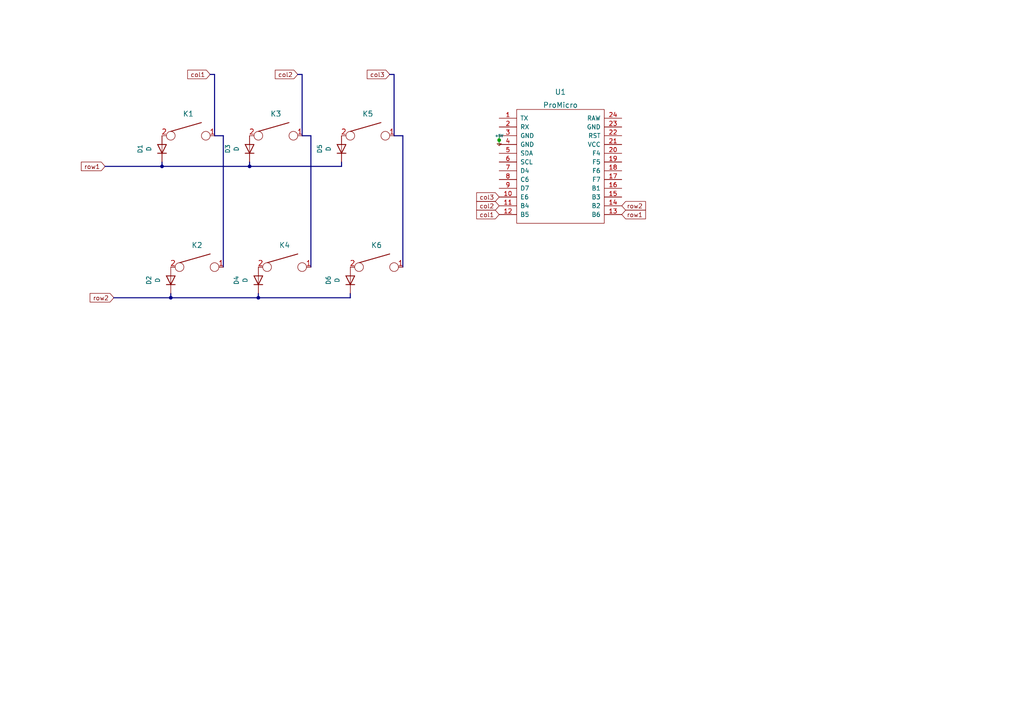
<source format=kicad_sch>
(kicad_sch (version 20211123) (generator eeschema)

  (uuid 9538e4ed-27e6-4c37-b989-9859dc0d49e8)

  (paper "A4")

  (lib_symbols
    (symbol "Device:D" (pin_numbers hide) (pin_names (offset 1.016) hide) (in_bom yes) (on_board yes)
      (property "Reference" "D" (id 0) (at 0 2.54 0)
        (effects (font (size 1.27 1.27)))
      )
      (property "Value" "D" (id 1) (at 0 -2.54 0)
        (effects (font (size 1.27 1.27)))
      )
      (property "Footprint" "" (id 2) (at 0 0 0)
        (effects (font (size 1.27 1.27)) hide)
      )
      (property "Datasheet" "~" (id 3) (at 0 0 0)
        (effects (font (size 1.27 1.27)) hide)
      )
      (property "ki_keywords" "diode" (id 4) (at 0 0 0)
        (effects (font (size 1.27 1.27)) hide)
      )
      (property "ki_description" "Diode" (id 5) (at 0 0 0)
        (effects (font (size 1.27 1.27)) hide)
      )
      (property "ki_fp_filters" "TO-???* *_Diode_* *SingleDiode* D_*" (id 6) (at 0 0 0)
        (effects (font (size 1.27 1.27)) hide)
      )
      (symbol "D_0_1"
        (polyline
          (pts
            (xy -1.27 1.27)
            (xy -1.27 -1.27)
          )
          (stroke (width 0.254) (type default) (color 0 0 0 0))
          (fill (type none))
        )
        (polyline
          (pts
            (xy 1.27 0)
            (xy -1.27 0)
          )
          (stroke (width 0) (type default) (color 0 0 0 0))
          (fill (type none))
        )
        (polyline
          (pts
            (xy 1.27 1.27)
            (xy 1.27 -1.27)
            (xy -1.27 0)
            (xy 1.27 1.27)
          )
          (stroke (width 0.254) (type default) (color 0 0 0 0))
          (fill (type none))
        )
      )
      (symbol "D_1_1"
        (pin passive line (at -3.81 0 0) (length 2.54)
          (name "K" (effects (font (size 1.27 1.27))))
          (number "1" (effects (font (size 1.27 1.27))))
        )
        (pin passive line (at 3.81 0 180) (length 2.54)
          (name "A" (effects (font (size 1.27 1.27))))
          (number "2" (effects (font (size 1.27 1.27))))
        )
      )
    )
    (symbol "keyboard_parts:GND" (power) (pin_names (offset 0)) (in_bom yes) (on_board yes)
      (property "Reference" "#PWR" (id 0) (at 0 1.27 0)
        (effects (font (size 0.508 0.508)) hide)
      )
      (property "Value" "GND" (id 1) (at 0 -2.54 0)
        (effects (font (size 0.762 0.762)))
      )
      (property "Footprint" "" (id 2) (at 0 0 0)
        (effects (font (size 1.524 1.524)))
      )
      (property "Datasheet" "" (id 3) (at 0 0 0)
        (effects (font (size 1.524 1.524)))
      )
      (symbol "GND_0_0"
        (pin power_in line (at 0 0 90) (length 0) hide
          (name "+5V" (effects (font (size 0.508 0.508))))
          (number "1" (effects (font (size 0.254 0.254))))
        )
      )
      (symbol "GND_0_1"
        (polyline
          (pts
            (xy 0 -1.651)
            (xy 0.635 -1.016)
            (xy -0.635 -1.016)
            (xy 0 -1.651)
          )
          (stroke (width 0) (type default) (color 0 0 0 0))
          (fill (type none))
        )
      )
      (symbol "GND_1_1"
        (polyline
          (pts
            (xy 0 0)
            (xy 0 -1.016)
            (xy 0 -1.016)
          )
          (stroke (width 0) (type default) (color 0 0 0 0))
          (fill (type none))
        )
      )
    )
    (symbol "keyboard_parts:KEYSW" (pin_names (offset 1.016)) (in_bom yes) (on_board yes)
      (property "Reference" "K?" (id 0) (at -1.27 0 0)
        (effects (font (size 1.524 1.524)))
      )
      (property "Value" "KEYSW" (id 1) (at 0 -2.54 0)
        (effects (font (size 1.524 1.524)) hide)
      )
      (property "Footprint" "" (id 2) (at 0 0 0)
        (effects (font (size 1.524 1.524)))
      )
      (property "Datasheet" "" (id 3) (at 0 0 0)
        (effects (font (size 1.524 1.524)))
      )
      (symbol "KEYSW_0_1"
        (circle (center -5.08 0) (radius 1.27)
          (stroke (width 0) (type default) (color 0 0 0 0))
          (fill (type none))
        )
        (polyline
          (pts
            (xy -5.08 1.27)
            (xy 3.81 3.81)
          )
          (stroke (width 0.254) (type default) (color 0 0 0 0))
          (fill (type none))
        )
        (circle (center 5.08 0) (radius 1.27)
          (stroke (width 0) (type default) (color 0 0 0 0))
          (fill (type none))
        )
      )
      (symbol "KEYSW_1_1"
        (pin passive line (at 7.62 0 180) (length 1.27)
          (name "~" (effects (font (size 1.524 1.524))))
          (number "1" (effects (font (size 1.524 1.524))))
        )
        (pin passive line (at -7.62 0 0) (length 1.27)
          (name "~" (effects (font (size 1.524 1.524))))
          (number "2" (effects (font (size 1.524 1.524))))
        )
      )
    )
    (symbol "promicro:ProMicro" (pin_names (offset 1.016)) (in_bom yes) (on_board yes)
      (property "Reference" "U" (id 0) (at 0 24.13 0)
        (effects (font (size 1.524 1.524)))
      )
      (property "Value" "ProMicro" (id 1) (at 0 -13.97 0)
        (effects (font (size 1.524 1.524)))
      )
      (property "Footprint" "" (id 2) (at 2.54 -26.67 0)
        (effects (font (size 1.524 1.524)))
      )
      (property "Datasheet" "" (id 3) (at 2.54 -26.67 0)
        (effects (font (size 1.524 1.524)))
      )
      (symbol "ProMicro_0_1"
        (rectangle (start -12.7 21.59) (end 12.7 -11.43)
          (stroke (width 0) (type default) (color 0 0 0 0))
          (fill (type none))
        )
      )
      (symbol "ProMicro_1_1"
        (pin bidirectional line (at -17.78 19.05 0) (length 5.08)
          (name "TX" (effects (font (size 1.27 1.27))))
          (number "1" (effects (font (size 1.27 1.27))))
        )
        (pin bidirectional line (at -17.78 -3.81 0) (length 5.08)
          (name "E6" (effects (font (size 1.27 1.27))))
          (number "10" (effects (font (size 1.27 1.27))))
        )
        (pin bidirectional line (at -17.78 -6.35 0) (length 5.08)
          (name "B4" (effects (font (size 1.27 1.27))))
          (number "11" (effects (font (size 1.27 1.27))))
        )
        (pin bidirectional line (at -17.78 -8.89 0) (length 5.08)
          (name "B5" (effects (font (size 1.27 1.27))))
          (number "12" (effects (font (size 1.27 1.27))))
        )
        (pin bidirectional line (at 17.78 -8.89 180) (length 5.08)
          (name "B6" (effects (font (size 1.27 1.27))))
          (number "13" (effects (font (size 1.27 1.27))))
        )
        (pin bidirectional line (at 17.78 -6.35 180) (length 5.08)
          (name "B2" (effects (font (size 1.27 1.27))))
          (number "14" (effects (font (size 1.27 1.27))))
        )
        (pin bidirectional line (at 17.78 -3.81 180) (length 5.08)
          (name "B3" (effects (font (size 1.27 1.27))))
          (number "15" (effects (font (size 1.27 1.27))))
        )
        (pin bidirectional line (at 17.78 -1.27 180) (length 5.08)
          (name "B1" (effects (font (size 1.27 1.27))))
          (number "16" (effects (font (size 1.27 1.27))))
        )
        (pin bidirectional line (at 17.78 1.27 180) (length 5.08)
          (name "F7" (effects (font (size 1.27 1.27))))
          (number "17" (effects (font (size 1.27 1.27))))
        )
        (pin bidirectional line (at 17.78 3.81 180) (length 5.08)
          (name "F6" (effects (font (size 1.27 1.27))))
          (number "18" (effects (font (size 1.27 1.27))))
        )
        (pin bidirectional line (at 17.78 6.35 180) (length 5.08)
          (name "F5" (effects (font (size 1.27 1.27))))
          (number "19" (effects (font (size 1.27 1.27))))
        )
        (pin bidirectional line (at -17.78 16.51 0) (length 5.08)
          (name "RX" (effects (font (size 1.27 1.27))))
          (number "2" (effects (font (size 1.27 1.27))))
        )
        (pin bidirectional line (at 17.78 8.89 180) (length 5.08)
          (name "F4" (effects (font (size 1.27 1.27))))
          (number "20" (effects (font (size 1.27 1.27))))
        )
        (pin power_in line (at 17.78 11.43 180) (length 5.08)
          (name "VCC" (effects (font (size 1.27 1.27))))
          (number "21" (effects (font (size 1.27 1.27))))
        )
        (pin input line (at 17.78 13.97 180) (length 5.08)
          (name "RST" (effects (font (size 1.27 1.27))))
          (number "22" (effects (font (size 1.27 1.27))))
        )
        (pin power_in line (at 17.78 16.51 180) (length 5.08)
          (name "GND" (effects (font (size 1.27 1.27))))
          (number "23" (effects (font (size 1.27 1.27))))
        )
        (pin power_out line (at 17.78 19.05 180) (length 5.08)
          (name "RAW" (effects (font (size 1.27 1.27))))
          (number "24" (effects (font (size 1.27 1.27))))
        )
        (pin power_in line (at -17.78 13.97 0) (length 5.08)
          (name "GND" (effects (font (size 1.27 1.27))))
          (number "3" (effects (font (size 1.27 1.27))))
        )
        (pin power_in line (at -17.78 11.43 0) (length 5.08)
          (name "GND" (effects (font (size 1.27 1.27))))
          (number "4" (effects (font (size 1.27 1.27))))
        )
        (pin bidirectional line (at -17.78 8.89 0) (length 5.08)
          (name "SDA" (effects (font (size 1.27 1.27))))
          (number "5" (effects (font (size 1.27 1.27))))
        )
        (pin bidirectional line (at -17.78 6.35 0) (length 5.08)
          (name "SCL" (effects (font (size 1.27 1.27))))
          (number "6" (effects (font (size 1.27 1.27))))
        )
        (pin bidirectional line (at -17.78 3.81 0) (length 5.08)
          (name "D4" (effects (font (size 1.27 1.27))))
          (number "7" (effects (font (size 1.27 1.27))))
        )
        (pin bidirectional line (at -17.78 1.27 0) (length 5.08)
          (name "C6" (effects (font (size 1.27 1.27))))
          (number "8" (effects (font (size 1.27 1.27))))
        )
        (pin bidirectional line (at -17.78 -1.27 0) (length 5.08)
          (name "D7" (effects (font (size 1.27 1.27))))
          (number "9" (effects (font (size 1.27 1.27))))
        )
      )
    )
  )

  (junction (at 74.93 86.36) (diameter 0) (color 0 0 0 0)
    (uuid 1b3fe7df-35f5-4ca5-8fb0-8d7c87a00c84)
  )
  (junction (at 72.39 48.26) (diameter 0) (color 0 0 0 0)
    (uuid 3080e35f-27e3-468e-acaa-01e13a60373f)
  )
  (junction (at 46.99 48.26) (diameter 0) (color 0 0 0 0)
    (uuid c9d43d8a-0854-47f9-9bb3-c498c0acee13)
  )
  (junction (at 49.53 86.36) (diameter 0) (color 0 0 0 0)
    (uuid e34f5459-0c89-4a11-b588-d7e3bc0928d1)
  )
  (junction (at 144.78 40.64) (diameter 0) (color 0 0 0 0)
    (uuid fd6f8f36-b364-4ab5-b9aa-cc89279569dd)
  )

  (bus (pts (xy 72.39 46.99) (xy 72.39 48.26))
    (stroke (width 0) (type default) (color 0 0 0 0))
    (uuid 0a75fa64-9594-48ec-9a69-e8eb6467d944)
  )
  (bus (pts (xy 114.3 21.59) (xy 114.3 39.37))
    (stroke (width 0) (type default) (color 0 0 0 0))
    (uuid 0de689c8-eead-4e96-8be3-ab12d2883d46)
  )
  (bus (pts (xy 62.23 21.59) (xy 62.23 39.37))
    (stroke (width 0) (type default) (color 0 0 0 0))
    (uuid 12e115a8-dd7f-45a1-b5d0-c607cd01918c)
  )
  (bus (pts (xy 99.06 46.99) (xy 99.06 48.26))
    (stroke (width 0) (type default) (color 0 0 0 0))
    (uuid 1fa9d3f8-a5f5-4c8c-9b18-c367352e1b31)
  )
  (bus (pts (xy 87.63 21.59) (xy 87.63 39.37))
    (stroke (width 0) (type default) (color 0 0 0 0))
    (uuid 2de3e151-dbd6-456b-9b55-09ff9bc4cae5)
  )
  (bus (pts (xy 87.63 39.37) (xy 90.17 39.37))
    (stroke (width 0) (type default) (color 0 0 0 0))
    (uuid 394ed906-bbcd-4de9-8b87-a355b94d4ac7)
  )

  (wire (pts (xy 144.78 39.37) (xy 144.78 40.64))
    (stroke (width 0) (type default) (color 0 0 0 0))
    (uuid 3daed68a-1254-411e-bee3-d52ae2cc817e)
  )
  (bus (pts (xy 33.02 86.36) (xy 49.53 86.36))
    (stroke (width 0) (type default) (color 0 0 0 0))
    (uuid 43763a6c-6bd1-422a-8f64-8c2caa03045f)
  )
  (bus (pts (xy 99.06 48.26) (xy 72.39 48.26))
    (stroke (width 0) (type default) (color 0 0 0 0))
    (uuid 441d0b7e-dfa8-4696-bd99-ef85de631034)
  )
  (bus (pts (xy 101.6 86.36) (xy 74.93 86.36))
    (stroke (width 0) (type default) (color 0 0 0 0))
    (uuid 44f0f220-9a8c-489d-b4e8-dc97225922b7)
  )
  (bus (pts (xy 30.48 48.26) (xy 46.99 48.26))
    (stroke (width 0) (type default) (color 0 0 0 0))
    (uuid 556ec102-d297-45a5-ac65-3467734a2075)
  )

  (wire (pts (xy 144.78 40.64) (xy 144.78 41.91))
    (stroke (width 0) (type default) (color 0 0 0 0))
    (uuid 6886d6e5-1c52-4a04-afd0-b9b09cd0685e)
  )
  (bus (pts (xy 72.39 48.26) (xy 46.99 48.26))
    (stroke (width 0) (type default) (color 0 0 0 0))
    (uuid 6c6d0241-71d2-4d44-a7f9-6d459e6ed56a)
  )
  (bus (pts (xy 64.77 39.37) (xy 64.77 77.47))
    (stroke (width 0) (type default) (color 0 0 0 0))
    (uuid 799f7006-4238-4d8f-9cf5-b1fcba614dbe)
  )
  (bus (pts (xy 101.6 85.09) (xy 101.6 86.36))
    (stroke (width 0) (type default) (color 0 0 0 0))
    (uuid 9c5a4aae-7c3e-4401-9104-bea8cc785dcb)
  )
  (bus (pts (xy 74.93 85.09) (xy 74.93 86.36))
    (stroke (width 0) (type default) (color 0 0 0 0))
    (uuid a66adfe3-13df-40ce-ab42-b000f61699f9)
  )
  (bus (pts (xy 87.63 21.59) (xy 86.36 21.59))
    (stroke (width 0) (type default) (color 0 0 0 0))
    (uuid a7c671c5-0657-4fe2-8794-a1e757804898)
  )
  (bus (pts (xy 114.3 21.59) (xy 113.03 21.59))
    (stroke (width 0) (type default) (color 0 0 0 0))
    (uuid ac8f98c6-d3a5-4f81-bc6b-3b0c7f7a8ae7)
  )
  (bus (pts (xy 46.99 46.99) (xy 46.99 48.26))
    (stroke (width 0) (type default) (color 0 0 0 0))
    (uuid afa843c3-9706-47c7-86d1-a3b3066f836a)
  )
  (bus (pts (xy 114.3 39.37) (xy 116.84 39.37))
    (stroke (width 0) (type default) (color 0 0 0 0))
    (uuid b75cec87-1628-483d-9983-9e6d3df6c659)
  )
  (bus (pts (xy 62.23 39.37) (xy 64.77 39.37))
    (stroke (width 0) (type default) (color 0 0 0 0))
    (uuid c4d5e3bc-d59d-4cd3-88d5-7295d3fbea9b)
  )
  (bus (pts (xy 90.17 39.37) (xy 90.17 77.47))
    (stroke (width 0) (type default) (color 0 0 0 0))
    (uuid c58e2fb8-a8f6-48ba-a73f-fed47477ff0e)
  )
  (bus (pts (xy 116.84 39.37) (xy 116.84 77.47))
    (stroke (width 0) (type default) (color 0 0 0 0))
    (uuid d572212a-5cb8-4bfb-bd1f-89bca4a29b80)
  )
  (bus (pts (xy 74.93 86.36) (xy 49.53 86.36))
    (stroke (width 0) (type default) (color 0 0 0 0))
    (uuid db1625f0-2390-475d-a9b9-38ecd8893b9a)
  )
  (bus (pts (xy 49.53 85.09) (xy 49.53 86.36))
    (stroke (width 0) (type default) (color 0 0 0 0))
    (uuid e52e8b3a-ae1b-438c-96b6-73b145907ae5)
  )
  (bus (pts (xy 60.96 21.59) (xy 62.23 21.59))
    (stroke (width 0) (type default) (color 0 0 0 0))
    (uuid fe22a03b-a14f-4f55-8f19-d42d7337dd20)
  )

  (global_label "row1" (shape input) (at 30.48 48.26 180) (fields_autoplaced)
    (effects (font (size 1.27 1.27)) (justify right))
    (uuid 42ed4a95-dba7-4bac-9413-52cc0ac4a970)
    (property "Intersheet References" "${INTERSHEET_REFS}" (id 0) (at 23.5917 48.1806 0)
      (effects (font (size 1.27 1.27)) (justify right) hide)
    )
  )
  (global_label "col2" (shape input) (at 144.78 59.69 180) (fields_autoplaced)
    (effects (font (size 1.27 1.27)) (justify right))
    (uuid 47dd8a6c-1a3b-4ba0-99e2-fa564cbd5109)
    (property "Intersheet References" "${INTERSHEET_REFS}" (id 0) (at 138.2545 59.6106 0)
      (effects (font (size 1.27 1.27)) (justify right) hide)
    )
  )
  (global_label "col1" (shape input) (at 144.78 62.23 180) (fields_autoplaced)
    (effects (font (size 1.27 1.27)) (justify right))
    (uuid 4e016a34-655f-47fb-b860-17b656fbe6c0)
    (property "Intersheet References" "${INTERSHEET_REFS}" (id 0) (at 138.2545 62.1506 0)
      (effects (font (size 1.27 1.27)) (justify right) hide)
    )
  )
  (global_label "row2" (shape input) (at 180.34 59.69 0) (fields_autoplaced)
    (effects (font (size 1.27 1.27)) (justify left))
    (uuid 6667e95c-05a1-4480-ad06-7c4e7f72c687)
    (property "Intersheet References" "${INTERSHEET_REFS}" (id 0) (at 187.2283 59.6106 0)
      (effects (font (size 1.27 1.27)) (justify left) hide)
    )
  )
  (global_label "col3" (shape input) (at 144.78 57.15 180) (fields_autoplaced)
    (effects (font (size 1.27 1.27)) (justify right))
    (uuid 6d116564-1058-450c-96d2-f56eaef8da64)
    (property "Intersheet References" "${INTERSHEET_REFS}" (id 0) (at 138.2545 57.0706 0)
      (effects (font (size 1.27 1.27)) (justify right) hide)
    )
  )
  (global_label "col2" (shape input) (at 86.36 21.59 180) (fields_autoplaced)
    (effects (font (size 1.27 1.27)) (justify right))
    (uuid 812b18cb-8166-49a6-966e-ce1f226ef370)
    (property "Intersheet References" "${INTERSHEET_REFS}" (id 0) (at 79.8345 21.5106 0)
      (effects (font (size 1.27 1.27)) (justify right) hide)
    )
  )
  (global_label "row2" (shape input) (at 33.02 86.36 180) (fields_autoplaced)
    (effects (font (size 1.27 1.27)) (justify right))
    (uuid 8a5df538-7ccd-4cab-94e4-bccd8d45bb88)
    (property "Intersheet References" "${INTERSHEET_REFS}" (id 0) (at 26.1317 86.2806 0)
      (effects (font (size 1.27 1.27)) (justify right) hide)
    )
  )
  (global_label "col3" (shape input) (at 113.03 21.59 180) (fields_autoplaced)
    (effects (font (size 1.27 1.27)) (justify right))
    (uuid b8076ff1-8c76-4fec-bbfe-5ff99d8b942e)
    (property "Intersheet References" "${INTERSHEET_REFS}" (id 0) (at 106.5045 21.5106 0)
      (effects (font (size 1.27 1.27)) (justify right) hide)
    )
  )
  (global_label "row1" (shape input) (at 180.34 62.23 0) (fields_autoplaced)
    (effects (font (size 1.27 1.27)) (justify left))
    (uuid e0cfc278-43c9-4717-b5cb-cc79e9612fd8)
    (property "Intersheet References" "${INTERSHEET_REFS}" (id 0) (at 187.2283 62.1506 0)
      (effects (font (size 1.27 1.27)) (justify left) hide)
    )
  )
  (global_label "col1" (shape input) (at 60.96 21.59 180) (fields_autoplaced)
    (effects (font (size 1.27 1.27)) (justify right))
    (uuid ebd53769-af75-4ec8-8d49-b38829ef836e)
    (property "Intersheet References" "${INTERSHEET_REFS}" (id 0) (at 54.4345 21.5106 0)
      (effects (font (size 1.27 1.27)) (justify right) hide)
    )
  )

  (symbol (lib_id "keyboard_parts:KEYSW") (at 109.22 77.47 0) (unit 1)
    (in_bom yes) (on_board yes) (fields_autoplaced)
    (uuid 04f0bb6b-6962-41fd-a23f-3500512f741a)
    (property "Reference" "K6" (id 0) (at 109.22 71.12 0)
      (effects (font (size 1.524 1.524)))
    )
    (property "Value" "KEYSW" (id 1) (at 109.22 80.01 0)
      (effects (font (size 1.524 1.524)) hide)
    )
    (property "Footprint" "Button_Switch_Keyboard:SW_Cherry_MX_1.00u_Plate" (id 2) (at 109.22 77.47 0)
      (effects (font (size 1.524 1.524)) hide)
    )
    (property "Datasheet" "" (id 3) (at 109.22 77.47 0)
      (effects (font (size 1.524 1.524)))
    )
    (pin "1" (uuid 22aade16-f081-453d-a133-f77ab6ee4c4c))
    (pin "2" (uuid 2d3aa344-a40d-41c5-9396-d93ff465edc9))
  )

  (symbol (lib_id "Device:D") (at 46.99 43.18 90) (unit 1)
    (in_bom yes) (on_board yes) (fields_autoplaced)
    (uuid 095e2cd5-da16-4a29-a003-12e96f1adfd9)
    (property "Reference" "D1" (id 0) (at 40.64 43.18 0))
    (property "Value" "D" (id 1) (at 43.18 43.18 0))
    (property "Footprint" "keyboard_parts:D_SOD123_axial" (id 2) (at 46.99 43.18 0)
      (effects (font (size 1.27 1.27)) hide)
    )
    (property "Datasheet" "~" (id 3) (at 46.99 43.18 0)
      (effects (font (size 1.27 1.27)) hide)
    )
    (pin "1" (uuid 0b050a86-ae32-416b-9950-04b582aa9519))
    (pin "2" (uuid 0f611e73-888d-4946-ab56-e574001d7243))
  )

  (symbol (lib_id "keyboard_parts:KEYSW") (at 82.55 77.47 0) (unit 1)
    (in_bom yes) (on_board yes) (fields_autoplaced)
    (uuid 209f2da8-c9c7-4a81-9e99-79d901635d54)
    (property "Reference" "K4" (id 0) (at 82.55 71.12 0)
      (effects (font (size 1.524 1.524)))
    )
    (property "Value" "KEYSW" (id 1) (at 82.55 80.01 0)
      (effects (font (size 1.524 1.524)) hide)
    )
    (property "Footprint" "Button_Switch_Keyboard:SW_Cherry_MX_1.00u_Plate" (id 2) (at 82.55 77.47 0)
      (effects (font (size 1.524 1.524)) hide)
    )
    (property "Datasheet" "" (id 3) (at 82.55 77.47 0)
      (effects (font (size 1.524 1.524)))
    )
    (pin "1" (uuid 57c29f34-5aee-459f-a2c6-90a6ef2ed66c))
    (pin "2" (uuid b418af66-fc93-4f4e-adfa-a93a8d1e992a))
  )

  (symbol (lib_id "Device:D") (at 49.53 81.28 90) (unit 1)
    (in_bom yes) (on_board yes) (fields_autoplaced)
    (uuid 2aa22a48-c2c6-4648-85b5-5aba2b365de6)
    (property "Reference" "D2" (id 0) (at 43.18 81.28 0))
    (property "Value" "D" (id 1) (at 45.72 81.28 0))
    (property "Footprint" "keyboard_parts:D_SOD123_axial" (id 2) (at 49.53 81.28 0)
      (effects (font (size 1.27 1.27)) hide)
    )
    (property "Datasheet" "~" (id 3) (at 49.53 81.28 0)
      (effects (font (size 1.27 1.27)) hide)
    )
    (pin "1" (uuid 6e7f7ca9-b561-42d4-8e2f-2ac0a5542000))
    (pin "2" (uuid dd2c3bff-b992-4c40-ac5e-0038ab9b0b66))
  )

  (symbol (lib_id "Device:D") (at 72.39 43.18 90) (unit 1)
    (in_bom yes) (on_board yes) (fields_autoplaced)
    (uuid 6508e95c-6891-4402-90c6-418198bf6af9)
    (property "Reference" "D3" (id 0) (at 66.04 43.18 0))
    (property "Value" "D" (id 1) (at 68.58 43.18 0))
    (property "Footprint" "keyboard_parts:D_SOD123_axial" (id 2) (at 72.39 43.18 0)
      (effects (font (size 1.27 1.27)) hide)
    )
    (property "Datasheet" "~" (id 3) (at 72.39 43.18 0)
      (effects (font (size 1.27 1.27)) hide)
    )
    (pin "1" (uuid 6f5e3354-018f-4e3b-b42d-f99998a56959))
    (pin "2" (uuid 42d2e310-b2c7-4187-b1cc-10b5ea0b457a))
  )

  (symbol (lib_id "Device:D") (at 74.93 81.28 90) (unit 1)
    (in_bom yes) (on_board yes) (fields_autoplaced)
    (uuid 7929bc0d-5bdd-4dcd-b3a6-f6ff4b61168a)
    (property "Reference" "D4" (id 0) (at 68.58 81.28 0))
    (property "Value" "D" (id 1) (at 71.12 81.28 0))
    (property "Footprint" "keyboard_parts:D_SOD123_axial" (id 2) (at 74.93 81.28 0)
      (effects (font (size 1.27 1.27)) hide)
    )
    (property "Datasheet" "~" (id 3) (at 74.93 81.28 0)
      (effects (font (size 1.27 1.27)) hide)
    )
    (pin "1" (uuid 8ae1a496-31e1-4bc2-abb9-05161abcd2fc))
    (pin "2" (uuid 10caac45-fcfe-4227-be1b-85a539b22238))
  )

  (symbol (lib_id "promicro:ProMicro") (at 162.56 53.34 0) (unit 1)
    (in_bom yes) (on_board yes) (fields_autoplaced)
    (uuid 7963a49a-50ba-4858-b062-323ab612c5e6)
    (property "Reference" "U1" (id 0) (at 162.56 26.67 0)
      (effects (font (size 1.524 1.524)))
    )
    (property "Value" "ProMicro" (id 1) (at 162.56 30.48 0)
      (effects (font (size 1.524 1.524)))
    )
    (property "Footprint" "promicro:ProMicro" (id 2) (at 165.1 80.01 0)
      (effects (font (size 1.524 1.524)) hide)
    )
    (property "Datasheet" "" (id 3) (at 165.1 80.01 0)
      (effects (font (size 1.524 1.524)))
    )
    (pin "1" (uuid 33717b9c-1340-4f9a-9d38-45d71fbfd664))
    (pin "10" (uuid 9b18513a-1366-4ca1-85fe-625f55890f75))
    (pin "11" (uuid 0dbfb6f7-007e-4c75-94ea-4767a18bfb7e))
    (pin "12" (uuid 671782f4-b366-45be-9a7f-4b04ada7921d))
    (pin "13" (uuid 46d45fd6-e6b7-426d-aebd-a57dfe9a215c))
    (pin "14" (uuid 40727467-fb2a-44e5-a652-ebe88f91321d))
    (pin "15" (uuid ef077d80-dec2-4840-b012-51e4ef43674d))
    (pin "16" (uuid bd18d54b-902c-449e-8e33-f1aab71797cb))
    (pin "17" (uuid ec7c2b81-ef0e-426d-82fb-f528e8ed2e52))
    (pin "18" (uuid 540c0801-def8-4fb7-8288-c3d73a00a2f1))
    (pin "19" (uuid 129976f4-31c5-4de6-b37a-99d1be8ebdb9))
    (pin "2" (uuid 482f8853-26bb-4832-9424-a9b3872056dd))
    (pin "20" (uuid 871ce079-bba1-45ee-9de2-1423571fbfd2))
    (pin "21" (uuid 88c00be7-ff9c-4cbf-b6e8-fba8eec4fb95))
    (pin "22" (uuid 40041e5b-cd7d-48c1-8aa6-7fbdeba96df8))
    (pin "23" (uuid 1d15d263-fe16-4b3b-aa03-a4e0569a898d))
    (pin "24" (uuid 3ecff163-9fed-46b6-a322-a7183683033e))
    (pin "3" (uuid 71fb6b64-16b7-40b9-a828-ec8adfdd5b48))
    (pin "4" (uuid 3bbf2419-f4e3-4da2-86bc-5579a8676f6c))
    (pin "5" (uuid 8086d844-342c-4da6-879f-9616d3bb0fbc))
    (pin "6" (uuid 533ee0e0-048c-43c8-b57b-a052cbc29029))
    (pin "7" (uuid f2b22bd3-3eb3-4f12-8468-2a4ef445e410))
    (pin "8" (uuid 53a6fac1-dcc7-40b6-a7b1-09027213ea5d))
    (pin "9" (uuid 8c479b86-86ce-489b-a172-818a792b7bbe))
  )

  (symbol (lib_id "keyboard_parts:KEYSW") (at 57.15 77.47 0) (unit 1)
    (in_bom yes) (on_board yes) (fields_autoplaced)
    (uuid 94ab49fa-f158-450c-bf7f-fdd71b2dcfd8)
    (property "Reference" "K2" (id 0) (at 57.15 71.12 0)
      (effects (font (size 1.524 1.524)))
    )
    (property "Value" "KEYSW" (id 1) (at 57.15 80.01 0)
      (effects (font (size 1.524 1.524)) hide)
    )
    (property "Footprint" "Button_Switch_Keyboard:SW_Cherry_MX_1.00u_Plate" (id 2) (at 57.15 77.47 0)
      (effects (font (size 1.524 1.524)) hide)
    )
    (property "Datasheet" "" (id 3) (at 57.15 77.47 0)
      (effects (font (size 1.524 1.524)))
    )
    (pin "1" (uuid 38ad6c87-a91f-48e0-86b1-568ebf2e2c3e))
    (pin "2" (uuid 2cb0f85c-d8d1-43a7-bc8e-ea8880cc2535))
  )

  (symbol (lib_id "Device:D") (at 99.06 43.18 90) (unit 1)
    (in_bom yes) (on_board yes) (fields_autoplaced)
    (uuid dfd35cf7-84f3-428f-bcb0-d9c3127916b8)
    (property "Reference" "D5" (id 0) (at 92.71 43.18 0))
    (property "Value" "D" (id 1) (at 95.25 43.18 0))
    (property "Footprint" "keyboard_parts:D_SOD123_axial" (id 2) (at 99.06 43.18 0)
      (effects (font (size 1.27 1.27)) hide)
    )
    (property "Datasheet" "~" (id 3) (at 99.06 43.18 0)
      (effects (font (size 1.27 1.27)) hide)
    )
    (pin "1" (uuid 563dae51-7f15-4662-9d9c-1ff98f0b7217))
    (pin "2" (uuid 23b98fb6-d397-4300-bacb-7407d6bae856))
  )

  (symbol (lib_id "keyboard_parts:KEYSW") (at 80.01 39.37 0) (unit 1)
    (in_bom yes) (on_board yes) (fields_autoplaced)
    (uuid e22570b8-27cb-4379-8ce0-a7c25a128731)
    (property "Reference" "K3" (id 0) (at 80.01 33.02 0)
      (effects (font (size 1.524 1.524)))
    )
    (property "Value" "KEYSW" (id 1) (at 80.01 41.91 0)
      (effects (font (size 1.524 1.524)) hide)
    )
    (property "Footprint" "Button_Switch_Keyboard:SW_Cherry_MX_1.00u_Plate" (id 2) (at 80.01 39.37 0)
      (effects (font (size 1.524 1.524)) hide)
    )
    (property "Datasheet" "" (id 3) (at 80.01 39.37 0)
      (effects (font (size 1.524 1.524)))
    )
    (pin "1" (uuid a9acef8f-a48c-4f18-bd12-0d53b4f7afd6))
    (pin "2" (uuid eecf3986-30bc-42fd-9c87-4a893f6231b6))
  )

  (symbol (lib_id "Device:D") (at 101.6 81.28 90) (unit 1)
    (in_bom yes) (on_board yes) (fields_autoplaced)
    (uuid e6b1514c-dadb-4cd9-8061-06034db1f6ef)
    (property "Reference" "D6" (id 0) (at 95.25 81.28 0))
    (property "Value" "D" (id 1) (at 97.79 81.28 0))
    (property "Footprint" "keyboard_parts:D_SOD123_axial" (id 2) (at 101.6 81.28 0)
      (effects (font (size 1.27 1.27)) hide)
    )
    (property "Datasheet" "~" (id 3) (at 101.6 81.28 0)
      (effects (font (size 1.27 1.27)) hide)
    )
    (pin "1" (uuid 41fda217-095a-4a96-bc7a-70b447ba821a))
    (pin "2" (uuid e08c81bd-943a-4795-bcb6-4e1a21c2a8e1))
  )

  (symbol (lib_id "keyboard_parts:GND") (at 144.78 40.64 0) (unit 1)
    (in_bom yes) (on_board yes) (fields_autoplaced)
    (uuid e845d13a-8140-4098-89b8-f526220e1195)
    (property "Reference" "#PWR0101" (id 0) (at 144.78 39.37 0)
      (effects (font (size 0.508 0.508)) hide)
    )
    (property "Value" "GND" (id 1) (at 144.78 39.37 0)
      (effects (font (size 0.762 0.762)))
    )
    (property "Footprint" "" (id 2) (at 144.78 40.64 0)
      (effects (font (size 1.524 1.524)))
    )
    (property "Datasheet" "" (id 3) (at 144.78 40.64 0)
      (effects (font (size 1.524 1.524)))
    )
    (pin "1" (uuid 31631637-e5d7-4595-8b61-1b0dd65424fa))
  )

  (symbol (lib_id "keyboard_parts:KEYSW") (at 54.61 39.37 0) (unit 1)
    (in_bom yes) (on_board yes) (fields_autoplaced)
    (uuid f44a84a2-6611-435d-8176-cd9d98907acd)
    (property "Reference" "K1" (id 0) (at 54.61 33.02 0)
      (effects (font (size 1.524 1.524)))
    )
    (property "Value" "KEYSW" (id 1) (at 54.61 41.91 0)
      (effects (font (size 1.524 1.524)) hide)
    )
    (property "Footprint" "Button_Switch_Keyboard:SW_Cherry_MX_1.00u_Plate" (id 2) (at 54.61 39.37 0)
      (effects (font (size 1.524 1.524)) hide)
    )
    (property "Datasheet" "" (id 3) (at 54.61 39.37 0)
      (effects (font (size 1.524 1.524)))
    )
    (pin "1" (uuid cc9036d6-0a4b-4595-bbd1-5cddeaa01cf9))
    (pin "2" (uuid 50407c7b-4602-4206-864a-147822ba19f9))
  )

  (symbol (lib_id "keyboard_parts:KEYSW") (at 106.68 39.37 0) (unit 1)
    (in_bom yes) (on_board yes) (fields_autoplaced)
    (uuid f8b94300-502e-47d8-9c17-6d1cd1dedeb6)
    (property "Reference" "K5" (id 0) (at 106.68 33.02 0)
      (effects (font (size 1.524 1.524)))
    )
    (property "Value" "KEYSW" (id 1) (at 106.68 41.91 0)
      (effects (font (size 1.524 1.524)) hide)
    )
    (property "Footprint" "Button_Switch_Keyboard:SW_Cherry_MX_1.00u_Plate" (id 2) (at 106.68 39.37 0)
      (effects (font (size 1.524 1.524)) hide)
    )
    (property "Datasheet" "" (id 3) (at 106.68 39.37 0)
      (effects (font (size 1.524 1.524)))
    )
    (pin "1" (uuid 9355cefe-dde6-4327-b44e-8153039b650a))
    (pin "2" (uuid cb94e839-e450-4872-bc06-a76015f4f13e))
  )

  (sheet_instances
    (path "/" (page "1"))
  )

  (symbol_instances
    (path "/e845d13a-8140-4098-89b8-f526220e1195"
      (reference "#PWR0101") (unit 1) (value "GND") (footprint "")
    )
    (path "/095e2cd5-da16-4a29-a003-12e96f1adfd9"
      (reference "D1") (unit 1) (value "D") (footprint "keyboard_parts:D_SOD123_axial")
    )
    (path "/2aa22a48-c2c6-4648-85b5-5aba2b365de6"
      (reference "D2") (unit 1) (value "D") (footprint "keyboard_parts:D_SOD123_axial")
    )
    (path "/6508e95c-6891-4402-90c6-418198bf6af9"
      (reference "D3") (unit 1) (value "D") (footprint "keyboard_parts:D_SOD123_axial")
    )
    (path "/7929bc0d-5bdd-4dcd-b3a6-f6ff4b61168a"
      (reference "D4") (unit 1) (value "D") (footprint "keyboard_parts:D_SOD123_axial")
    )
    (path "/dfd35cf7-84f3-428f-bcb0-d9c3127916b8"
      (reference "D5") (unit 1) (value "D") (footprint "keyboard_parts:D_SOD123_axial")
    )
    (path "/e6b1514c-dadb-4cd9-8061-06034db1f6ef"
      (reference "D6") (unit 1) (value "D") (footprint "keyboard_parts:D_SOD123_axial")
    )
    (path "/f44a84a2-6611-435d-8176-cd9d98907acd"
      (reference "K1") (unit 1) (value "KEYSW") (footprint "Button_Switch_Keyboard:SW_Cherry_MX_1.00u_Plate")
    )
    (path "/94ab49fa-f158-450c-bf7f-fdd71b2dcfd8"
      (reference "K2") (unit 1) (value "KEYSW") (footprint "Button_Switch_Keyboard:SW_Cherry_MX_1.00u_Plate")
    )
    (path "/e22570b8-27cb-4379-8ce0-a7c25a128731"
      (reference "K3") (unit 1) (value "KEYSW") (footprint "Button_Switch_Keyboard:SW_Cherry_MX_1.00u_Plate")
    )
    (path "/209f2da8-c9c7-4a81-9e99-79d901635d54"
      (reference "K4") (unit 1) (value "KEYSW") (footprint "Button_Switch_Keyboard:SW_Cherry_MX_1.00u_Plate")
    )
    (path "/f8b94300-502e-47d8-9c17-6d1cd1dedeb6"
      (reference "K5") (unit 1) (value "KEYSW") (footprint "Button_Switch_Keyboard:SW_Cherry_MX_1.00u_Plate")
    )
    (path "/04f0bb6b-6962-41fd-a23f-3500512f741a"
      (reference "K6") (unit 1) (value "KEYSW") (footprint "Button_Switch_Keyboard:SW_Cherry_MX_1.00u_Plate")
    )
    (path "/7963a49a-50ba-4858-b062-323ab612c5e6"
      (reference "U1") (unit 1) (value "ProMicro") (footprint "promicro:ProMicro")
    )
  )
)

</source>
